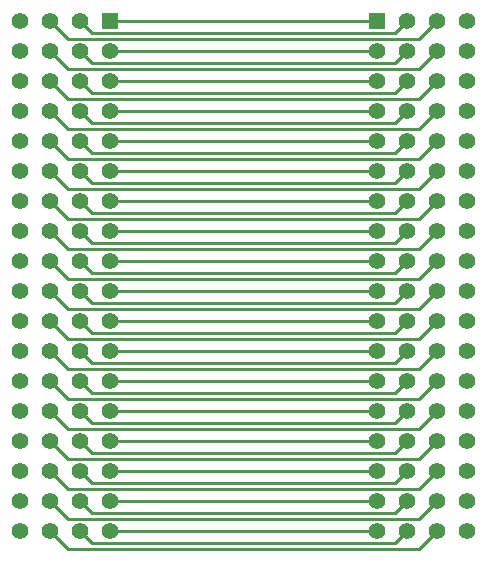
<source format=gbr>
%TF.GenerationSoftware,KiCad,Pcbnew,7.0.9*%
%TF.CreationDate,2024-12-09T19:17:55-07:00*%
%TF.ProjectId,Extender_Board,45787465-6e64-4657-925f-426f6172642e,rev?*%
%TF.SameCoordinates,Original*%
%TF.FileFunction,Copper,L1,Top*%
%TF.FilePolarity,Positive*%
%FSLAX46Y46*%
G04 Gerber Fmt 4.6, Leading zero omitted, Abs format (unit mm)*
G04 Created by KiCad (PCBNEW 7.0.9) date 2024-12-09 19:17:55*
%MOMM*%
%LPD*%
G01*
G04 APERTURE LIST*
%TA.AperFunction,ComponentPad*%
%ADD10C,1.397000*%
%TD*%
%TA.AperFunction,ComponentPad*%
%ADD11R,1.397000X1.397000*%
%TD*%
%TA.AperFunction,Conductor*%
%ADD12C,0.250000*%
%TD*%
G04 APERTURE END LIST*
D10*
%TO.P,J2,72,B23*%
%TO.N,D18*%
X160782000Y-98806000D03*
%TO.P,J2,71,B24*%
%TO.N,C18*%
X158242000Y-98806000D03*
%TO.P,J2,70,B28*%
%TO.N,B18*%
X155702000Y-98806000D03*
%TO.P,J2,69,B27*%
%TO.N,A18*%
X153162000Y-98806000D03*
%TO.P,J2,68,B20*%
%TO.N,D17*%
X160782000Y-96266000D03*
%TO.P,J2,67,B21*%
%TO.N,C17*%
X158242000Y-96266000D03*
%TO.P,J2,66,B31*%
%TO.N,B17*%
X155702000Y-96266000D03*
%TO.P,J2,65,B30*%
%TO.N,A17*%
X153162000Y-96266000D03*
%TO.P,J2,64,B17*%
%TO.N,D16*%
X160782000Y-93726000D03*
%TO.P,J2,63,B18*%
%TO.N,C16*%
X158242000Y-93726000D03*
%TO.P,J2,62,B34*%
%TO.N,B16*%
X155702000Y-93726000D03*
%TO.P,J2,61,B33*%
%TO.N,A16*%
X153162000Y-93726000D03*
%TO.P,J2,60,B14*%
%TO.N,D15*%
X160782000Y-91186000D03*
%TO.P,J2,59,B15*%
%TO.N,C15*%
X158242000Y-91186000D03*
%TO.P,J2,58,B37*%
%TO.N,B15*%
X155702000Y-91186000D03*
%TO.P,J2,57,B36*%
%TO.N,A15*%
X153162000Y-91186000D03*
%TO.P,J2,56,B11*%
%TO.N,D14*%
X160782000Y-88646000D03*
%TO.P,J2,55,B12*%
%TO.N,C14*%
X158242000Y-88646000D03*
%TO.P,J2,54,B40*%
%TO.N,B14*%
X155702000Y-88646000D03*
%TO.P,J2,53,B39*%
%TO.N,A14*%
X153162000Y-88646000D03*
%TO.P,J2,52,B8*%
%TO.N,D13*%
X160782000Y-86106000D03*
%TO.P,J2,51,B9*%
%TO.N,C13*%
X158242000Y-86106000D03*
%TO.P,J2,50,B43*%
%TO.N,B13*%
X155702000Y-86106000D03*
%TO.P,J2,49,B42*%
%TO.N,A13*%
X153162000Y-86106000D03*
%TO.P,J2,48,B5*%
%TO.N,D12*%
X160782000Y-83566000D03*
%TO.P,J2,47,B6*%
%TO.N,C12*%
X158242000Y-83566000D03*
%TO.P,J2,46,B46*%
%TO.N,B12*%
X155702000Y-83566000D03*
%TO.P,J2,45,B45*%
%TO.N,A12*%
X153162000Y-83566000D03*
%TO.P,J2,44,B2*%
%TO.N,D11*%
X160782000Y-81026000D03*
%TO.P,J2,43,B3*%
%TO.N,C11*%
X158242000Y-81026000D03*
%TO.P,J2,42,B49*%
%TO.N,B11*%
X155702000Y-81026000D03*
%TO.P,J2,41,B48*%
%TO.N,A11*%
X153162000Y-81026000D03*
%TO.P,J2,40,G4*%
%TO.N,D10*%
X160782000Y-78486000D03*
%TO.P,J2,39,3V2*%
%TO.N,C10*%
X158242000Y-78486000D03*
%TO.P,J2,38,G3*%
%TO.N,B10*%
X155702000Y-78486000D03*
%TO.P,J2,37,5V2*%
%TO.N,A10*%
X153162000Y-78486000D03*
%TO.P,J2,36,A23*%
%TO.N,D9*%
X160782000Y-75946000D03*
%TO.P,J2,35,A24*%
%TO.N,C9*%
X158242000Y-75946000D03*
%TO.P,J2,34,A28*%
%TO.N,B9*%
X155702000Y-75946000D03*
%TO.P,J2,33,A27*%
%TO.N,A9*%
X153162000Y-75946000D03*
%TO.P,J2,32,A20*%
%TO.N,D8*%
X160782000Y-73406000D03*
%TO.P,J2,31,A21*%
%TO.N,C8*%
X158242000Y-73406000D03*
%TO.P,J2,30,A31*%
%TO.N,B8*%
X155702000Y-73406000D03*
%TO.P,J2,29,A30*%
%TO.N,A8*%
X153162000Y-73406000D03*
%TO.P,J2,28,A17*%
%TO.N,D7*%
X160782000Y-70866000D03*
%TO.P,J2,27,A18*%
%TO.N,C7*%
X158242000Y-70866000D03*
%TO.P,J2,26,A34*%
%TO.N,B7*%
X155702000Y-70866000D03*
%TO.P,J2,25,A33*%
%TO.N,A7*%
X153162000Y-70866000D03*
%TO.P,J2,24,A14*%
%TO.N,D6*%
X160782000Y-68326000D03*
%TO.P,J2,23,A15*%
%TO.N,C6*%
X158242000Y-68326000D03*
%TO.P,J2,22,A37*%
%TO.N,B6*%
X155702000Y-68326000D03*
%TO.P,J2,21,A36*%
%TO.N,A6*%
X153162000Y-68326000D03*
%TO.P,J2,20,A11*%
%TO.N,D5*%
X160782000Y-65786000D03*
%TO.P,J2,19,A12*%
%TO.N,C5*%
X158242000Y-65786000D03*
%TO.P,J2,18,A40*%
%TO.N,B5*%
X155702000Y-65786000D03*
%TO.P,J2,17,A39*%
%TO.N,A5*%
X153162000Y-65786000D03*
%TO.P,J2,16,A8*%
%TO.N,D4*%
X160782000Y-63246000D03*
%TO.P,J2,15,A9*%
%TO.N,C4*%
X158242000Y-63246000D03*
%TO.P,J2,14,A43*%
%TO.N,B4*%
X155702000Y-63246000D03*
%TO.P,J2,13,A42*%
%TO.N,A4*%
X153162000Y-63246000D03*
%TO.P,J2,12,A5*%
%TO.N,D3*%
X160782000Y-60706000D03*
%TO.P,J2,11,A6*%
%TO.N,C3*%
X158242000Y-60706000D03*
%TO.P,J2,10,A46*%
%TO.N,B3*%
X155702000Y-60706000D03*
%TO.P,J2,9,A45*%
%TO.N,A3*%
X153162000Y-60706000D03*
%TO.P,J2,8,A2*%
%TO.N,D2*%
X160782000Y-58166000D03*
%TO.P,J2,7,A3*%
%TO.N,C2*%
X158242000Y-58166000D03*
%TO.P,J2,6,A49*%
%TO.N,B2*%
X155702000Y-58166000D03*
%TO.P,J2,5,A48*%
%TO.N,A2*%
X153162000Y-58166000D03*
%TO.P,J2,4,G2*%
%TO.N,D1*%
X160782000Y-55626000D03*
%TO.P,J2,3,3V1*%
%TO.N,C1*%
X158242000Y-55626000D03*
%TO.P,J2,2,G1*%
%TO.N,B1*%
X155702000Y-55626000D03*
D11*
%TO.P,J2,1,5V1*%
%TO.N,A1*%
X153162000Y-55626000D03*
%TD*%
D10*
%TO.P,J1,72,B23*%
%TO.N,D18*%
X122936000Y-98806000D03*
%TO.P,J1,71,B24*%
%TO.N,C18*%
X125476000Y-98806000D03*
%TO.P,J1,70,B28*%
%TO.N,B18*%
X128016000Y-98806000D03*
%TO.P,J1,69,B27*%
%TO.N,A18*%
X130556000Y-98806000D03*
%TO.P,J1,68,B20*%
%TO.N,D17*%
X122936000Y-96266000D03*
%TO.P,J1,67,B21*%
%TO.N,C17*%
X125476000Y-96266000D03*
%TO.P,J1,66,B31*%
%TO.N,B17*%
X128016000Y-96266000D03*
%TO.P,J1,65,B30*%
%TO.N,A17*%
X130556000Y-96266000D03*
%TO.P,J1,64,B17*%
%TO.N,D16*%
X122936000Y-93726000D03*
%TO.P,J1,63,B18*%
%TO.N,C16*%
X125476000Y-93726000D03*
%TO.P,J1,62,B34*%
%TO.N,B16*%
X128016000Y-93726000D03*
%TO.P,J1,61,B33*%
%TO.N,A16*%
X130556000Y-93726000D03*
%TO.P,J1,60,B14*%
%TO.N,D15*%
X122936000Y-91186000D03*
%TO.P,J1,59,B15*%
%TO.N,C15*%
X125476000Y-91186000D03*
%TO.P,J1,58,B37*%
%TO.N,B15*%
X128016000Y-91186000D03*
%TO.P,J1,57,B36*%
%TO.N,A15*%
X130556000Y-91186000D03*
%TO.P,J1,56,B11*%
%TO.N,D14*%
X122936000Y-88646000D03*
%TO.P,J1,55,B12*%
%TO.N,C14*%
X125476000Y-88646000D03*
%TO.P,J1,54,B40*%
%TO.N,B14*%
X128016000Y-88646000D03*
%TO.P,J1,53,B39*%
%TO.N,A14*%
X130556000Y-88646000D03*
%TO.P,J1,52,B8*%
%TO.N,D13*%
X122936000Y-86106000D03*
%TO.P,J1,51,B9*%
%TO.N,C13*%
X125476000Y-86106000D03*
%TO.P,J1,50,B43*%
%TO.N,B13*%
X128016000Y-86106000D03*
%TO.P,J1,49,B42*%
%TO.N,A13*%
X130556000Y-86106000D03*
%TO.P,J1,48,B5*%
%TO.N,D12*%
X122936000Y-83566000D03*
%TO.P,J1,47,B6*%
%TO.N,C12*%
X125476000Y-83566000D03*
%TO.P,J1,46,B46*%
%TO.N,B12*%
X128016000Y-83566000D03*
%TO.P,J1,45,B45*%
%TO.N,A12*%
X130556000Y-83566000D03*
%TO.P,J1,44,B2*%
%TO.N,D11*%
X122936000Y-81026000D03*
%TO.P,J1,43,B3*%
%TO.N,C11*%
X125476000Y-81026000D03*
%TO.P,J1,42,B49*%
%TO.N,B11*%
X128016000Y-81026000D03*
%TO.P,J1,41,B48*%
%TO.N,A11*%
X130556000Y-81026000D03*
%TO.P,J1,40,G4*%
%TO.N,D10*%
X122936000Y-78486000D03*
%TO.P,J1,39,3V2*%
%TO.N,C10*%
X125476000Y-78486000D03*
%TO.P,J1,38,G3*%
%TO.N,B10*%
X128016000Y-78486000D03*
%TO.P,J1,37,5V2*%
%TO.N,A10*%
X130556000Y-78486000D03*
%TO.P,J1,36,A23*%
%TO.N,D9*%
X122936000Y-75946000D03*
%TO.P,J1,35,A24*%
%TO.N,C9*%
X125476000Y-75946000D03*
%TO.P,J1,34,A28*%
%TO.N,B9*%
X128016000Y-75946000D03*
%TO.P,J1,33,A27*%
%TO.N,A9*%
X130556000Y-75946000D03*
%TO.P,J1,32,A20*%
%TO.N,D8*%
X122936000Y-73406000D03*
%TO.P,J1,31,A21*%
%TO.N,C8*%
X125476000Y-73406000D03*
%TO.P,J1,30,A31*%
%TO.N,B8*%
X128016000Y-73406000D03*
%TO.P,J1,29,A30*%
%TO.N,A8*%
X130556000Y-73406000D03*
%TO.P,J1,28,A17*%
%TO.N,D7*%
X122936000Y-70866000D03*
%TO.P,J1,27,A18*%
%TO.N,C7*%
X125476000Y-70866000D03*
%TO.P,J1,26,A34*%
%TO.N,B7*%
X128016000Y-70866000D03*
%TO.P,J1,25,A33*%
%TO.N,A7*%
X130556000Y-70866000D03*
%TO.P,J1,24,A14*%
%TO.N,D6*%
X122936000Y-68326000D03*
%TO.P,J1,23,A15*%
%TO.N,C6*%
X125476000Y-68326000D03*
%TO.P,J1,22,A37*%
%TO.N,B6*%
X128016000Y-68326000D03*
%TO.P,J1,21,A36*%
%TO.N,A6*%
X130556000Y-68326000D03*
%TO.P,J1,20,A11*%
%TO.N,D5*%
X122936000Y-65786000D03*
%TO.P,J1,19,A12*%
%TO.N,C5*%
X125476000Y-65786000D03*
%TO.P,J1,18,A40*%
%TO.N,B5*%
X128016000Y-65786000D03*
%TO.P,J1,17,A39*%
%TO.N,A5*%
X130556000Y-65786000D03*
%TO.P,J1,16,A8*%
%TO.N,D4*%
X122936000Y-63246000D03*
%TO.P,J1,15,A9*%
%TO.N,C4*%
X125476000Y-63246000D03*
%TO.P,J1,14,A43*%
%TO.N,B4*%
X128016000Y-63246000D03*
%TO.P,J1,13,A42*%
%TO.N,A4*%
X130556000Y-63246000D03*
%TO.P,J1,12,A5*%
%TO.N,D3*%
X122936000Y-60706000D03*
%TO.P,J1,11,A6*%
%TO.N,C3*%
X125476000Y-60706000D03*
%TO.P,J1,10,A46*%
%TO.N,B3*%
X128016000Y-60706000D03*
%TO.P,J1,9,A45*%
%TO.N,A3*%
X130556000Y-60706000D03*
%TO.P,J1,8,A2*%
%TO.N,D2*%
X122936000Y-58166000D03*
%TO.P,J1,7,A3*%
%TO.N,C2*%
X125476000Y-58166000D03*
%TO.P,J1,6,A49*%
%TO.N,B2*%
X128016000Y-58166000D03*
%TO.P,J1,5,A48*%
%TO.N,A2*%
X130556000Y-58166000D03*
%TO.P,J1,4,G2*%
%TO.N,D1*%
X122936000Y-55626000D03*
%TO.P,J1,3,3V1*%
%TO.N,C1*%
X125476000Y-55626000D03*
%TO.P,J1,2,G1*%
%TO.N,B1*%
X128016000Y-55626000D03*
D11*
%TO.P,J1,1,5V1*%
%TO.N,A1*%
X130556000Y-55626000D03*
%TD*%
D12*
%TO.N,A1*%
X153162000Y-55626000D02*
X130556000Y-55626000D01*
%TO.N,B1*%
X155702000Y-55626000D02*
X154678500Y-56649500D01*
X154678500Y-56649500D02*
X150121500Y-56649500D01*
X150121500Y-56649500D02*
X150114000Y-56642000D01*
X150106500Y-56649500D02*
X129039500Y-56649500D01*
X129039500Y-56649500D02*
X128016000Y-55626000D01*
X150114000Y-56642000D02*
X150106500Y-56649500D01*
%TO.N,C1*%
X152392500Y-57142500D02*
X126992500Y-57142500D01*
X158242000Y-55626000D02*
X156725500Y-57142500D01*
X152400000Y-57150000D02*
X152392500Y-57142500D01*
X152407500Y-57142500D02*
X152400000Y-57150000D01*
X156725500Y-57142500D02*
X152407500Y-57142500D01*
X126992500Y-57142500D02*
X125476000Y-55626000D01*
%TO.N,A2*%
X130556000Y-58166000D02*
X153162000Y-58166000D01*
%TO.N,B2*%
X132580500Y-59189500D02*
X132588000Y-59182000D01*
X154678500Y-59189500D02*
X155702000Y-58166000D01*
X128016000Y-58166000D02*
X129039500Y-59189500D01*
X129039500Y-59189500D02*
X132580500Y-59189500D01*
X132588000Y-59182000D02*
X132595500Y-59189500D01*
X132595500Y-59189500D02*
X154678500Y-59189500D01*
%TO.N,C2*%
X158242000Y-58166000D02*
X156725500Y-59682500D01*
X151884500Y-59682500D02*
X126992500Y-59682500D01*
X151892000Y-59690000D02*
X151884500Y-59682500D01*
X126992500Y-59682500D02*
X125476000Y-58166000D01*
X151899500Y-59682500D02*
X151892000Y-59690000D01*
X156725500Y-59682500D02*
X151899500Y-59682500D01*
%TO.N,A3*%
X153162000Y-60706000D02*
X130556000Y-60706000D01*
%TO.N,B3*%
X129039500Y-61729500D02*
X135628500Y-61729500D01*
X135643500Y-61729500D02*
X154678500Y-61729500D01*
X135628500Y-61729500D02*
X135636000Y-61722000D01*
X154678500Y-61729500D02*
X155702000Y-60706000D01*
X135636000Y-61722000D02*
X135643500Y-61729500D01*
X128016000Y-60706000D02*
X129039500Y-61729500D01*
%TO.N,C3*%
X156725500Y-62222500D02*
X152661500Y-62222500D01*
X126992500Y-62222500D02*
X125476000Y-60706000D01*
X152646500Y-62222500D02*
X126992500Y-62222500D01*
X158242000Y-60706000D02*
X156725500Y-62222500D01*
X152661500Y-62222500D02*
X152654000Y-62230000D01*
X152654000Y-62230000D02*
X152646500Y-62222500D01*
%TO.N,A4*%
X153162000Y-63246000D02*
X130556000Y-63246000D01*
%TO.N,B4*%
X132595500Y-64269500D02*
X154678500Y-64269500D01*
X132580500Y-64269500D02*
X132588000Y-64262000D01*
X132588000Y-64262000D02*
X132595500Y-64269500D01*
X128016000Y-63246000D02*
X129039500Y-64269500D01*
X129039500Y-64269500D02*
X132580500Y-64269500D01*
X154678500Y-64269500D02*
X155702000Y-63246000D01*
%TO.N,C4*%
X153662500Y-64762500D02*
X126992500Y-64762500D01*
X158242000Y-63246000D02*
X156725500Y-64762500D01*
X126992500Y-64762500D02*
X125476000Y-63246000D01*
X153670000Y-64770000D02*
X153662500Y-64762500D01*
X156725500Y-64762500D02*
X153677500Y-64762500D01*
X153677500Y-64762500D02*
X153670000Y-64770000D01*
%TO.N,A5*%
X130556000Y-65786000D02*
X153162000Y-65786000D01*
%TO.N,B5*%
X133850500Y-66809500D02*
X133858000Y-66802000D01*
X129039500Y-66809500D02*
X133850500Y-66809500D01*
X154678500Y-66809500D02*
X155702000Y-65786000D01*
X133865500Y-66809500D02*
X154678500Y-66809500D01*
X128016000Y-65786000D02*
X129039500Y-66809500D01*
X133858000Y-66802000D02*
X133865500Y-66809500D01*
%TO.N,C5*%
X154178000Y-67310000D02*
X154170500Y-67302500D01*
X154170500Y-67302500D02*
X126992500Y-67302500D01*
X156725500Y-67302500D02*
X154185500Y-67302500D01*
X158242000Y-65786000D02*
X156725500Y-67302500D01*
X154185500Y-67302500D02*
X154178000Y-67310000D01*
X126992500Y-67302500D02*
X125476000Y-65786000D01*
%TO.N,A6*%
X153162000Y-68326000D02*
X130556000Y-68326000D01*
%TO.N,B6*%
X149867500Y-69349500D02*
X149860000Y-69342000D01*
X129039500Y-69349500D02*
X128016000Y-68326000D01*
X155702000Y-68326000D02*
X154678500Y-69349500D01*
X149852500Y-69349500D02*
X129039500Y-69349500D01*
X149860000Y-69342000D02*
X149852500Y-69349500D01*
X154678500Y-69349500D02*
X149867500Y-69349500D01*
%TO.N,C6*%
X131064000Y-69850000D02*
X131071500Y-69842500D01*
X156725500Y-69842500D02*
X158242000Y-68326000D01*
X131056500Y-69842500D02*
X131064000Y-69850000D01*
X131071500Y-69842500D02*
X156725500Y-69842500D01*
X125476000Y-68326000D02*
X126992500Y-69842500D01*
X126992500Y-69842500D02*
X131056500Y-69842500D01*
%TO.N,A7*%
X130556000Y-70866000D02*
X153162000Y-70866000D01*
%TO.N,B7*%
X154678500Y-71889500D02*
X150375500Y-71889500D01*
X150360500Y-71889500D02*
X129039500Y-71889500D01*
X155702000Y-70866000D02*
X154678500Y-71889500D01*
X129039500Y-71889500D02*
X128016000Y-70866000D01*
X150375500Y-71889500D02*
X150368000Y-71882000D01*
X150368000Y-71882000D02*
X150360500Y-71889500D01*
%TO.N,C7*%
X131310500Y-72382500D02*
X131318000Y-72390000D01*
X131325500Y-72382500D02*
X156725500Y-72382500D01*
X125476000Y-70866000D02*
X126992500Y-72382500D01*
X126992500Y-72382500D02*
X131310500Y-72382500D01*
X131318000Y-72390000D02*
X131325500Y-72382500D01*
X156725500Y-72382500D02*
X158242000Y-70866000D01*
%TO.N,A8*%
X153162000Y-73406000D02*
X130556000Y-73406000D01*
%TO.N,B8*%
X150614500Y-74429500D02*
X129039500Y-74429500D01*
X129039500Y-74429500D02*
X128016000Y-73406000D01*
X150629500Y-74429500D02*
X150622000Y-74422000D01*
X155702000Y-73406000D02*
X154678500Y-74429500D01*
X150622000Y-74422000D02*
X150614500Y-74429500D01*
X154678500Y-74429500D02*
X150629500Y-74429500D01*
%TO.N,C8*%
X126992500Y-74922500D02*
X156725500Y-74922500D01*
X156725500Y-74922500D02*
X158242000Y-73406000D01*
X125476000Y-73406000D02*
X126992500Y-74922500D01*
%TO.N,A9*%
X130556000Y-75946000D02*
X153162000Y-75946000D01*
%TO.N,B9*%
X155702000Y-75946000D02*
X154678500Y-76969500D01*
X129039500Y-76969500D02*
X128016000Y-75946000D01*
X151638000Y-76962000D02*
X151630500Y-76969500D01*
X151645500Y-76969500D02*
X151638000Y-76962000D01*
X151630500Y-76969500D02*
X129039500Y-76969500D01*
X154678500Y-76969500D02*
X151645500Y-76969500D01*
%TO.N,C9*%
X125476000Y-75946000D02*
X126992500Y-77462500D01*
X126992500Y-77462500D02*
X129532500Y-77462500D01*
X129532500Y-77462500D02*
X129540000Y-77470000D01*
X129547500Y-77462500D02*
X156725500Y-77462500D01*
X129540000Y-77470000D02*
X129547500Y-77462500D01*
X156725500Y-77462500D02*
X158242000Y-75946000D01*
%TO.N,A10*%
X153162000Y-78486000D02*
X130556000Y-78486000D01*
%TO.N,B10*%
X155702000Y-78486000D02*
X154678500Y-79509500D01*
X149598500Y-79509500D02*
X129039500Y-79509500D01*
X149606000Y-79502000D02*
X149598500Y-79509500D01*
X154678500Y-79509500D02*
X149613500Y-79509500D01*
X149613500Y-79509500D02*
X149606000Y-79502000D01*
X129039500Y-79509500D02*
X128016000Y-78486000D01*
%TO.N,C10*%
X129032000Y-80010000D02*
X129039500Y-80002500D01*
X125476000Y-78486000D02*
X126992500Y-80002500D01*
X156725500Y-80002500D02*
X158242000Y-78486000D01*
X126992500Y-80002500D02*
X129024500Y-80002500D01*
X129039500Y-80002500D02*
X156725500Y-80002500D01*
X129024500Y-80002500D02*
X129032000Y-80010000D01*
%TO.N,A11*%
X130556000Y-81026000D02*
X153162000Y-81026000D01*
%TO.N,B11*%
X131833500Y-82049500D02*
X154678500Y-82049500D01*
X131818500Y-82049500D02*
X131826000Y-82042000D01*
X131826000Y-82042000D02*
X131833500Y-82049500D01*
X128016000Y-81026000D02*
X129039500Y-82049500D01*
X154678500Y-82049500D02*
X155702000Y-81026000D01*
X129039500Y-82049500D02*
X131818500Y-82049500D01*
%TO.N,C11*%
X158242000Y-81026000D02*
X156725500Y-82542500D01*
X126992500Y-82542500D02*
X125476000Y-81026000D01*
X156725500Y-82542500D02*
X126992500Y-82542500D01*
%TO.N,A12*%
X153162000Y-83566000D02*
X130556000Y-83566000D01*
%TO.N,B12*%
X132326500Y-84589500D02*
X132334000Y-84582000D01*
X132334000Y-84582000D02*
X132341500Y-84589500D01*
X129039500Y-84589500D02*
X132326500Y-84589500D01*
X154678500Y-84589500D02*
X155702000Y-83566000D01*
X132341500Y-84589500D02*
X154678500Y-84589500D01*
X128016000Y-83566000D02*
X129039500Y-84589500D01*
%TO.N,C12*%
X126992500Y-85082500D02*
X125476000Y-83566000D01*
X152661500Y-85082500D02*
X152654000Y-85090000D01*
X152646500Y-85082500D02*
X126992500Y-85082500D01*
X156725500Y-85082500D02*
X152661500Y-85082500D01*
X158242000Y-83566000D02*
X156725500Y-85082500D01*
X152654000Y-85090000D02*
X152646500Y-85082500D01*
%TO.N,A13*%
X130556000Y-86106000D02*
X153162000Y-86106000D01*
%TO.N,B13*%
X128016000Y-86106000D02*
X129039500Y-87129500D01*
X154678500Y-87129500D02*
X155702000Y-86106000D01*
X132588000Y-87122000D02*
X132595500Y-87129500D01*
X132580500Y-87129500D02*
X132588000Y-87122000D01*
X132595500Y-87129500D02*
X154678500Y-87129500D01*
X129039500Y-87129500D02*
X132580500Y-87129500D01*
%TO.N,C13*%
X151884500Y-87622500D02*
X126992500Y-87622500D01*
X158242000Y-86106000D02*
X156725500Y-87622500D01*
X126992500Y-87622500D02*
X125476000Y-86106000D01*
X151892000Y-87630000D02*
X151884500Y-87622500D01*
X156725500Y-87622500D02*
X151899500Y-87622500D01*
X151899500Y-87622500D02*
X151892000Y-87630000D01*
%TO.N,A14*%
X153162000Y-88646000D02*
X130556000Y-88646000D01*
%TO.N,B14*%
X128016000Y-88646000D02*
X129039500Y-89669500D01*
X154678500Y-89669500D02*
X155702000Y-88646000D01*
X129039500Y-89669500D02*
X132072500Y-89669500D01*
X132080000Y-89662000D02*
X132087500Y-89669500D01*
X132087500Y-89669500D02*
X154678500Y-89669500D01*
X132072500Y-89669500D02*
X132080000Y-89662000D01*
%TO.N,C14*%
X126992500Y-90162500D02*
X125476000Y-88646000D01*
X152400000Y-90170000D02*
X152392500Y-90162500D01*
X158242000Y-88646000D02*
X156725500Y-90162500D01*
X156725500Y-90162500D02*
X152407500Y-90162500D01*
X152392500Y-90162500D02*
X126992500Y-90162500D01*
X152407500Y-90162500D02*
X152400000Y-90170000D01*
%TO.N,A15*%
X130556000Y-91186000D02*
X153162000Y-91186000D01*
%TO.N,B15*%
X154678500Y-92209500D02*
X155702000Y-91186000D01*
X128016000Y-91186000D02*
X129039500Y-92209500D01*
X133596500Y-92209500D02*
X133604000Y-92202000D01*
X133611500Y-92209500D02*
X154678500Y-92209500D01*
X129039500Y-92209500D02*
X133596500Y-92209500D01*
X133604000Y-92202000D02*
X133611500Y-92209500D01*
%TO.N,C15*%
X126992500Y-92702500D02*
X125476000Y-91186000D01*
X156725500Y-92702500D02*
X126992500Y-92702500D01*
X158242000Y-91186000D02*
X156725500Y-92702500D01*
%TO.N,A16*%
X153162000Y-93726000D02*
X130556000Y-93726000D01*
%TO.N,B16*%
X154678500Y-94749500D02*
X155702000Y-93726000D01*
X128016000Y-93726000D02*
X129039500Y-94749500D01*
X132087500Y-94749500D02*
X154678500Y-94749500D01*
X132080000Y-94742000D02*
X132087500Y-94749500D01*
X132072500Y-94749500D02*
X132080000Y-94742000D01*
X129039500Y-94749500D02*
X132072500Y-94749500D01*
%TO.N,C16*%
X126992500Y-95242500D02*
X125476000Y-93726000D01*
X152400000Y-95250000D02*
X152392500Y-95242500D01*
X158242000Y-93726000D02*
X156725500Y-95242500D01*
X152407500Y-95242500D02*
X152400000Y-95250000D01*
X156725500Y-95242500D02*
X152407500Y-95242500D01*
X152392500Y-95242500D02*
X126992500Y-95242500D01*
%TO.N,A17*%
X130556000Y-96266000D02*
X153162000Y-96266000D01*
%TO.N,B17*%
X154678500Y-97289500D02*
X155702000Y-96266000D01*
X128016000Y-96266000D02*
X129039500Y-97289500D01*
X133611500Y-97289500D02*
X154678500Y-97289500D01*
X133604000Y-97282000D02*
X133611500Y-97289500D01*
X133596500Y-97289500D02*
X133604000Y-97282000D01*
X129039500Y-97289500D02*
X133596500Y-97289500D01*
%TO.N,C17*%
X151645500Y-97782500D02*
X151638000Y-97790000D01*
X151638000Y-97790000D02*
X151630500Y-97782500D01*
X156725500Y-97782500D02*
X151645500Y-97782500D01*
X126992500Y-97782500D02*
X125476000Y-96266000D01*
X151630500Y-97782500D02*
X126992500Y-97782500D01*
X158242000Y-96266000D02*
X156725500Y-97782500D01*
%TO.N,A18*%
X153162000Y-98806000D02*
X130556000Y-98806000D01*
%TO.N,B18*%
X129039500Y-99829500D02*
X131564500Y-99829500D01*
X131564500Y-99829500D02*
X131572000Y-99822000D01*
X131572000Y-99822000D02*
X131579500Y-99829500D01*
X128016000Y-98806000D02*
X129039500Y-99829500D01*
X131579500Y-99829500D02*
X154678500Y-99829500D01*
X154678500Y-99829500D02*
X155702000Y-98806000D01*
%TO.N,C18*%
X127000000Y-100330000D02*
X125476000Y-98806000D01*
X156718000Y-100330000D02*
X127000000Y-100330000D01*
X158242000Y-98806000D02*
X156718000Y-100330000D01*
%TD*%
M02*

</source>
